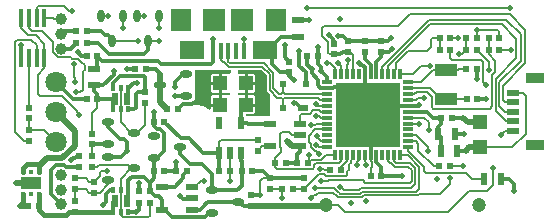
<source format=gbl>
G04 ================== begin FILE IDENTIFICATION RECORD ==================*
G04 Layout Name:  RC-TranponderV12.brd*
G04 Film Name:    4_BOTTOM*
G04 File Format:  Gerber RS274X*
G04 File Origin:  Cadence Allegro 17.2-S042*
G04 Origin Date:  Fri Apr 26 16:06:40 2019*
G04 *
G04 Layer:  VIA CLASS/BOTTOM*
G04 Layer:  PIN/BOTTOM*
G04 Layer:  ETCH/BOTTOM*
G04 *
G04 Offset:    (0.0000 0.0000)*
G04 Mirror:    No*
G04 Mode:      Positive*
G04 Rotation:  0*
G04 FullContactRelief:  No*
G04 UndefLineWidth:     0.1500*
G04 ================== end FILE IDENTIFICATION RECORD ====================*
%FSAX55Y55*MOMM*%
%IR0*IPPOS*OFA0.00000B0.00000*MIA0B0*SFA1.00000B1.00000*%
%ADD21O,.6X1.1*%
%ADD38R,1.X.5*%
%ADD19O,1.1X.6*%
%ADD20R,1.X.6*%
%ADD17R,.6X1.*%
%ADD35R,.6X1.*%
%ADD28R,.4X1.35*%
%ADD14R,.3X1.55*%
%ADD37R,1.6X.9*%
%ADD11C,.5*%
%ADD10R,.6X.6*%
%ADD22R,1.0922X.6096*%
%ADD26R,.6096X1.0922*%
%ADD23R,2.1X1.6*%
%ADD36R,1.9X1.1*%
%ADD12R,1.72X1.12*%
%ADD15C,1.*%
%ADD30C,1.2*%
%ADD29R,.5X.6*%
%ADD18R,.35X.5*%
%ADD13R,.4X.45*%
%ADD34R,5.4X5.4*%
%ADD24R,1.8X1.9*%
%ADD33R,.3X.85*%
%ADD32R,.9X.6*%
%ADD25R,1.9X1.9*%
%ADD31R,.85X.3*%
%ADD16C,1.8*%
%ADD27R,1.3X1.3*%
%ADD39C,.3*%
%ADD40C,.4*%
%ADD41C,.15*%
%ADD42C,.25*%
G75*
%LPD*%
G75*
G36*
G01X-0002770000Y0001255000D02*
X-0002465000Y0001255000D01*
X-0002465000Y0001227390D01*
G02X-0002479810Y0001218360I-0000010159J0000000001D01*
G03X-0002486680Y0001220020I-0000006864J-0000013361D01*
G01X-0002616680Y0001220020D01*
G03X-0002631700Y0001205000I0J-0000015020D01*
G01X-0002631700Y0001075000D01*
G03X-0002616680Y0001059980I0000015020J0D01*
G01X-0002486680Y0001059980D01*
G03X-0002479810Y0001061640I0000000006J0000015021D01*
G02X-0002465000Y0001052610I0000004651J-0000009031D01*
G01X-0002465000Y0001047390D01*
G02X-0002479810Y0001038360I-0000010159J0000000001D01*
G03X-0002486680Y0001040020I-0000006864J-0000013361D01*
G01X-0002616680Y0001040020D01*
G03X-0002631700Y0001025000I0J-0000015020D01*
G01X-0002631700Y0000924960D01*
G02X-0002649240Y0000917980I-0000010160J0000000002D01*
G03X-0002740000Y0000957020I-0000090760J-0000085979D01*
G03X-0002758350Y0000955670I-0000000027J-0000125022D01*
G02X-0002770000Y0000965720I-0000001492J0000010048D01*
G01X-0002770000Y0001028730D01*
G03X-0002769980Y0001030000I-0000044999J0000001344D01*
G03X-0002770000Y0001031270I-0000045019J-0000000074D01*
G01X-0002770000Y0001218730D01*
G03X-0002769980Y0001220000I-0000044999J0000001344D01*
G03X-0002770000Y0001221270I-0000045019J-0000000074D01*
G01X-0002770000Y0001255000D01*
G37*
G36*
G01X-0002400000Y0001250000D02*
X-0002199280Y0001250000D01*
X-0002157520Y0001208240D01*
X-0002157520Y0001077020D01*
X-0002130000Y0001049500D01*
X-0002130000Y0000865000D01*
X-0002330710Y0000865000D01*
X-0002332230Y0000867160D01*
G03X-0002335800Y0000870760I-0000012297J-0000008624D01*
G01X-0002337940Y0000872280D01*
X-0002337940Y0000879980D01*
X-0002273320Y0000879980D01*
G03X-0002258300Y0000895000I0J0000015020D01*
G01X-0002258300Y0001025000D01*
G03X-0002273320Y0001040020I-0000015020J0D01*
G01X-0002400000Y0001040020D01*
X-0002400000Y0001059980D01*
X-0002273320Y0001059980D01*
G03X-0002258300Y0001075000I0J0000015020D01*
G01X-0002258300Y0001205000D01*
G03X-0002273320Y0001220020I-0000015020J0D01*
G01X-0002400000Y0001220020D01*
X-0002400000Y0001250000D01*
G37*
G54D10*
X-0004180000Y0000105000D03*
X-0004090000Y0000105000D03*
X-0004175000Y0000845000D03*
X-0004175000Y0000655000D03*
X-0004175000Y0000745000D03*
X-0004175000Y0000935000D03*
X-0003780000Y0000145000D03*
X-0003780000Y0000055000D03*
X-0003745000Y0000525000D03*
X-0003745000Y0000435000D03*
X-0003780000Y0000335000D03*
X-0003780000Y0000245000D03*
X-0003685000Y0001010000D03*
X-0003685000Y0001375000D03*
X-0003770000Y0001480000D03*
X-0003770000Y0001585000D03*
X-0003635000Y0000435000D03*
X-0003635000Y0000525000D03*
X-0003625000Y0000305000D03*
X-0003625000Y0000215000D03*
X-0003635000Y0000625000D03*
X-0003635000Y0000715000D03*
X-0003595000Y0001010000D03*
X-0003595000Y0001375000D03*
X-0003680000Y0001480000D03*
X-0003680000Y0001585000D03*
X-0003150000Y0000125000D03*
X-0003240000Y0000125000D03*
X-0003240000Y0000230000D03*
X-0003150000Y0000230000D03*
X-0003115000Y0000395000D03*
X-0003025000Y0000395000D03*
X-0003025000Y0000815000D03*
X-0003115000Y0000815000D03*
X-0003000000Y0000920000D03*
X-0003190000Y0000975000D03*
X-0003190000Y0001065000D03*
X-0003275000Y0001260000D03*
X-0003185000Y0001260000D03*
X-0002925000Y0000395000D03*
X-0002835000Y0000395000D03*
X-0002910000Y0000920000D03*
X-0002370000Y0000400000D03*
X-0002470000Y0000400000D03*
X-0002560000Y0000400000D03*
X-0002295000Y0000195000D03*
X-0002295000Y0000105000D03*
X-0002280000Y0000400000D03*
X-0002030000Y0000250000D03*
X-0002135000Y0000250000D03*
X-0002135000Y0000340000D03*
X-0002000000Y0000470000D03*
X-0002090000Y0000470000D03*
X-0002235000Y0000570000D03*
X-0002235000Y0000660000D03*
X-0001840000Y0000340000D03*
X-0001840000Y0000250000D03*
X-0001940000Y0000250000D03*
X-0001900000Y0000470000D03*
X-0001810000Y0000470000D03*
X-0001970000Y0001325000D03*
X-0001970000Y0001235000D03*
X-0001815000Y0001375000D03*
X-0001725000Y0001375000D03*
X-0001620000Y0000405000D03*
X-0001530000Y0000405000D03*
X-0001590000Y0001385000D03*
X-0001590000Y0001475000D03*
X-0001470000Y0001500000D03*
X-0001470000Y0001410000D03*
X-0001330000Y0001500000D03*
X-0001330000Y0001410000D03*
X-0001280000Y0000360000D03*
X-0001190000Y0000360000D03*
X-0001190000Y0001500000D03*
X-0001190000Y0001410000D03*
X-0000610000Y0000440000D03*
X-0000700000Y0000440000D03*
X-0000680000Y0000850000D03*
X-0000605000Y0001425000D03*
X-0000695000Y0001425000D03*
X-0000695000Y0001525000D03*
X-0000605000Y0001525000D03*
X-0000590000Y0000850000D03*
X-0000465000Y0001005000D03*
X-0000375000Y0001005000D03*
X-0000470000Y0001260000D03*
X-0000380000Y0001260000D03*
X-0000380000Y0001425000D03*
X-0000470000Y0001425000D03*
X-0000470000Y0001525000D03*
X-0000380000Y0001525000D03*
X-0000280000Y0001425000D03*
X-0000280000Y0001525000D03*
X-0000190000Y0001425000D03*
X-0000190000Y0001525000D03*
G54D11*
G01X-0004280000Y0000295000D02*
X-0004155000Y0000295000D01*
G01X-0003946000Y0000900000D02*
X-0003786000Y0000740000D01*
X-0003786000Y0000614010D01*
X-0003890010Y0000510000D01*
X-0004020000Y0000510000D01*
X-0004090000Y0000440000D01*
G01X-0003060000Y0001125000D02*
X-0003060000Y0001220000D01*
G01X-0003000000Y0000920000D02*
X-0003060000Y0000980000D01*
X-0003060000Y0001125000D01*
G01X-0002295000Y0000105000D02*
X-0001660000Y0000105000D01*
X-0001655000Y0000110000D01*
G01X-0001990000Y0000654000D02*
X-0001943040Y0000607040D01*
X-0001880000Y0000607040D01*
G01X-0000350000Y0000811680D02*
X-0000456680Y0000811680D01*
X-0000495000Y0000850000D01*
G01X-0000350000Y0000598320D02*
X-0000446680Y0000598320D01*
X-0000475000Y0000570000D01*
X-0004250000Y0000105000D03*
X-0004280000Y0000295000D03*
X-0004237500Y0001462500D03*
X-0003814030Y0000494030D03*
X-0003745000Y0000875000D03*
X-0003770000Y0001065000D03*
X-0003780000Y0001155000D03*
X-0003760000Y0001405000D03*
X-0003787610Y0001302500D03*
X-0003805000Y0001755000D03*
X-0003545000Y0000110000D03*
X-0003510000Y0000400000D03*
X-0003453000Y0001248000D03*
X-0003500000Y0001715000D03*
X-0003375000Y0001610000D03*
X-0003265000Y0000055000D03*
X-0003240000Y0000295000D03*
X-0003340000Y0000570000D03*
X-0003260000Y0001145000D03*
X-0003115000Y0000895000D03*
X-0003340000Y0001260000D03*
X-0003060000Y0001220000D03*
X-0003075000Y0001495000D03*
X-0003250000Y0001495000D03*
X-0003200000Y0001715000D03*
X-0003070000Y0001605000D03*
X-0002925000Y0000475000D03*
X-0002890000Y0000187500D03*
X-0002690000Y0000315000D03*
X-0002695540Y0001190380D03*
X-0002695540Y0001090380D03*
X-0002695540Y0000990380D03*
X-0002935000Y0001030000D03*
X-0002935000Y0001110000D03*
X-0002470000Y0000315000D03*
X-0002355000Y0001515000D03*
X-0002615000Y0001520000D03*
X-0002030000Y0000170000D03*
X-0002220000Y0000195000D03*
X-0001990000Y0000654000D03*
X-0002205540Y0000955380D03*
X-0002205540Y0001055380D03*
X-0002205540Y0001155380D03*
X-0002005000Y0001468090D03*
X-0001785000Y0000170000D03*
X-0001750000Y0000255000D03*
X-0001698790Y0000317780D03*
X-0001711430Y0000416590D03*
X-0001733560Y0000698140D03*
X-0001715730Y0000541590D03*
X-0001738510Y0000618290D03*
X-0001783310Y0000789760D03*
X-0001745000Y0000860000D03*
X-0001805000Y0000535000D03*
X-0001740550Y0000962220D03*
X-0001929190Y0000972500D03*
X-0001930000Y0001165000D03*
X-0001780000Y0001265000D03*
X-0001699780Y0001242230D03*
X-0001725000Y0001445000D03*
X-0001885000Y0001413090D03*
X-0001652000Y0001309490D03*
X-0001800000Y0001675000D03*
X-0001815000Y0001775000D03*
X-0001319000Y0000145000D03*
X-0001450000Y0000130000D03*
X-0001535660Y0000265860D03*
X-0001314990Y0000452500D03*
X-0001394990Y0000452500D03*
X-0001545000Y0000635000D03*
X-0001540000Y0001110000D03*
X-0001375770Y0001309490D03*
X-0001555000Y0001545000D03*
X-0001634610Y0001552970D03*
X-0001472500Y0001340000D03*
X-0001557030Y0001314210D03*
X-0001535000Y0001685000D03*
X-0001015000Y0000360000D03*
X-0001075000Y0000645000D03*
X-0001075000Y0001105000D03*
X-0001105000Y0001525000D03*
X-0001100000Y0001435000D03*
X-0000714000Y0000330000D03*
X-0000795000Y0000570000D03*
X-0000786470Y0000747640D03*
X-0000873590Y0000798590D03*
X-0000873270Y0000955000D03*
X-0000826470Y0001019890D03*
X-0000781150Y0001290780D03*
X-0000495000Y0000440000D03*
X-0000610000Y0000335000D03*
X-0000495000Y0000850000D03*
X-0000490000Y0000710000D03*
X-0000475000Y0000570000D03*
X-0000305000Y0001005000D03*
X-0000380000Y0001175000D03*
X-0000300000Y0001130000D03*
X-0000540000Y0001525000D03*
X-0000277500Y0001250000D03*
X-0000534650Y0001390000D03*
X-0000380000Y0001590000D03*
X-0000065000Y0000230000D03*
X-0000242990Y0000427500D03*
X-0000180000Y0000705000D03*
X-0000095000Y0001425000D03*
X-0000100000Y0001775000D03*
G54D20*
X-0003620000Y0001125000D03*
X-0003620000Y0001265000D03*
X-0001895000Y0001535000D03*
X-0001895000Y0001675000D03*
G54D30*
X-0001655000Y0000110000D03*
X-0000365000Y0000110000D03*
G54D12*
X-0004155000Y0000295000D03*
G54D21*
X-0003470000Y0001495000D03*
X-0003565000Y0001715000D03*
X-0003375000Y0001715000D03*
X-0003165000Y0001495000D03*
X-0003260000Y0001715000D03*
X-0003070000Y0001715000D03*
G54D40*
G01X-0004180000Y0000105000D02*
X-0004250000Y0000105000D01*
G01X-0004220000Y0000202500D02*
X-0004220000Y0000135000D01*
X-0004250000Y0000105000D01*
G01X-0004090000Y0000105000D02*
X-0004090000Y0000070000D01*
X-0004045000Y0000025000D01*
X-0003860000Y0000025000D01*
X-0003830000Y0000055000D01*
X-0003780000Y0000055000D01*
G01X-0004090000Y0000202500D02*
X-0004090000Y0000105000D01*
G01X-0004090000Y0000440000D02*
X-0004090000Y0000387500D01*
G01X-0004220000Y0000387500D02*
X-0004220000Y0000420000D01*
X-0004185000Y0000455000D01*
X-0004105000Y0000455000D01*
X-0004090000Y0000440000D01*
G01X-0003497500Y0000050000D02*
X-0003725000Y0000050000D01*
X-0003730000Y0000055000D01*
X-0003780000Y0000055000D01*
G54D31*
X-0001650000Y0000850000D03*
X-0001650000Y0000800000D03*
X-0001650000Y0000750000D03*
X-0001650000Y0000700000D03*
X-0001650000Y0000650000D03*
X-0001650000Y0000600000D03*
X-0001650000Y0001150000D03*
X-0001650000Y0001100000D03*
X-0001650000Y0001050000D03*
X-0001650000Y0001000000D03*
X-0001650000Y0000950000D03*
X-0001650000Y0000900000D03*
X-0000960000Y0000600000D03*
X-0000960000Y0000650000D03*
X-0000960000Y0000700000D03*
X-0000960000Y0000750000D03*
X-0000960000Y0000800000D03*
X-0000960000Y0000850000D03*
X-0000960000Y0000900000D03*
X-0000960000Y0000950000D03*
X-0000960000Y0001000000D03*
X-0000960000Y0001050000D03*
X-0000960000Y0001100000D03*
X-0000960000Y0001150000D03*
G54D13*
X-0004090000Y0000387500D03*
X-0004155000Y0000387500D03*
X-0004220000Y0000387500D03*
X-0004220000Y0000202500D03*
X-0004155000Y0000202500D03*
X-0004090000Y0000202500D03*
G54D22*
X-0003043920Y0000072040D03*
X-0003043920Y0000260000D03*
X-0002795000Y0000166020D03*
X-0002795000Y0000072040D03*
X-0002795000Y0000260000D03*
X-0002128920Y0000607040D03*
X-0002128920Y0000795000D03*
X-0001880000Y0000795000D03*
X-0001880000Y0000701020D03*
X-0001880000Y0000607040D03*
G54D41*
G01X-0004175000Y0000745000D02*
X-0004045000Y0000745000D01*
X-0003946000Y0000646000D01*
G01X-0004175000Y0000845000D02*
X-0004175000Y0000745000D01*
G01X-0004107500Y0001355000D02*
X-0004107500Y0001462500D01*
X-0004155000Y0001510000D01*
X-0004270000Y0001510000D01*
X-0004290000Y0001490000D01*
X-0004290000Y0000732500D01*
X-0004212500Y0000655000D01*
X-0004175000Y0000655000D01*
G01X-0004042500Y0001355000D02*
X-0004042500Y0001267500D01*
X-0004097500Y0001212500D01*
X-0004097500Y0001052500D01*
X-0004075000Y0001030000D01*
X-0003890000Y0001030000D01*
X-0003767990Y0000907990D01*
X-0003767990Y0000897990D01*
X-0003745000Y0000875000D01*
G01X-0004175000Y0000935000D02*
X-0004175000Y0001267500D01*
X-0004172500Y0001270000D01*
X-0004172500Y0001355000D01*
G01X-0004237500Y0001695000D02*
X-0004237500Y0001610000D01*
X-0004177500Y0001550000D01*
X-0004115000Y0001550000D01*
X-0004042500Y0001477500D01*
X-0004042500Y0001355000D01*
G01X-0003770000Y0001065000D02*
X-0003737500Y0001065000D01*
X-0003715300Y0001087200D01*
X-0003715300Y0001242520D01*
X-0003701100Y0001256720D01*
X-0003701100Y0001296080D01*
X-0003728920Y0001323900D01*
X-0003731940Y0001323900D01*
X-0003758040Y0001350000D01*
X-0003807180Y0001350000D01*
X-0003819680Y0001362500D01*
X-0003930040Y0001362500D01*
X-0003972500Y0001404960D01*
X-0003972500Y0001487490D01*
X-0004065010Y0001580000D01*
X-0004145000Y0001580000D01*
X-0004172500Y0001607500D01*
X-0004172500Y0001695000D01*
G01X-0004107500Y0001695000D02*
X-0004107500Y0001780000D01*
X-0004092500Y0001795000D01*
X-0003877500Y0001795000D01*
X-0003837500Y0001755000D01*
X-0003805000Y0001755000D01*
G01X-0003780000Y0000245000D02*
X-0003780000Y0000145000D01*
G01X-0003780000Y0000335000D02*
X-0003692500Y0000335000D01*
X-0003662500Y0000305000D01*
X-0003625000Y0000305000D01*
G01X-0003780000Y0000245000D02*
X-0003692500Y0000245000D01*
X-0003662500Y0000215000D01*
X-0003625000Y0000215000D01*
G01X-0003780000Y0001155000D02*
X-0003780000Y0001187500D01*
X-0003787610Y0001195110D01*
X-0003787610Y0001302500D01*
G01X-0004042500Y0001695000D02*
X-0003967500Y0001695000D01*
X-0003957500Y0001685000D01*
X-0003900000Y0001685000D01*
G01X-0003395000Y0000055000D02*
X-0003395000Y0000235000D01*
G01X-0003150000Y0000125000D02*
X-0003150000Y0000020000D01*
X-0003165000Y0000005000D01*
X-0003377500Y0000005000D01*
X-0003395000Y0000022500D01*
X-0003395000Y0000055000D01*
G01X-0003510000Y0000400000D02*
X-0003560000Y0000400000D01*
X-0003575000Y0000385000D01*
X-0003575000Y0000355000D01*
X-0003625000Y0000305000D01*
G01X-0003395000Y0000235000D02*
X-0003395000Y0000330000D01*
X-0003305000Y0000420000D01*
G01X-0003305000Y0000420000D02*
X-0003335000Y0000450000D01*
X-0003582500Y0000450000D01*
X-0003597500Y0000435000D01*
X-0003635000Y0000435000D01*
G01X-0003625000Y0000215000D02*
X-0003572500Y0000215000D01*
X-0003500000Y0000287500D01*
X-0003500000Y0000325000D01*
G01X-0003595000Y0001010000D02*
X-0003595000Y0000930000D01*
X-0003635000Y0000890000D01*
X-0003635000Y0000715000D01*
G01X-0003395000Y0000920000D02*
X-0003395000Y0000810000D01*
X-0003305000Y0000720000D01*
X-0003280000Y0000720000D01*
G01X-0003635000Y0000525000D02*
X-0003635000Y0000625000D01*
G01X-0003395000Y0000920000D02*
X-0003395000Y0001100000D01*
G01X-0003470000Y0001495000D02*
X-0003250000Y0001495000D01*
G01X-0003565000Y0001715000D02*
X-0003500000Y0001715000D01*
G01X-0003375000Y0001715000D02*
X-0003375000Y0001610000D01*
G01X-0003240000Y0000130000D02*
X-0003240000Y0000125000D01*
G01X-0003150000Y0000130000D02*
X-0003150000Y0000125000D01*
G01X-0003190000Y0000975000D02*
X-0003190000Y0000785000D01*
X-0003255000Y0000720000D01*
X-0003280000Y0000720000D01*
G01X-0003075000Y0001495000D02*
X-0003165000Y0001495000D01*
G01X-0003260000Y0001715000D02*
X-0003200000Y0001715000D01*
G01X-0003070000Y0001715000D02*
X-0003070000Y0001605000D01*
G01X-0002690000Y0000315000D02*
X-0002715870Y0000315000D01*
X-0002770870Y0000260000D01*
X-0002795000Y0000260000D01*
G01X-0002470000Y0000400000D02*
X-0002470000Y0000491870D01*
X-0002468980Y0000492890D01*
X-0002468980Y0000555000D01*
G01X-0002470000Y0000400000D02*
X-0002470000Y0000315000D01*
G01X-0002562960Y0000555000D02*
X-0002562960Y0000642040D01*
X-0002545000Y0000660000D01*
X-0002235000Y0000660000D01*
G01X-0002355000Y0001412500D02*
X-0002355000Y0001515000D01*
G01X-0002550000Y0001412500D02*
X-0002550000Y0001337500D01*
X-0002532500Y0001320000D01*
X-0002522430Y0001320000D01*
X-0002482430Y0001280000D01*
X-0002197430Y0001280000D01*
X-0002135000Y0001217570D01*
X-0002135000Y0001086350D01*
X-0002068650Y0001020000D01*
X-0002035000Y0001020000D01*
X-0002020000Y0001005000D01*
G01X-0002485000Y0001412500D02*
X-0002485000Y0001325000D01*
X-0002470000Y0001310000D01*
X-0002185000Y0001310000D01*
X-0002105000Y0001230000D01*
X-0002105000Y0001098780D01*
X-0002056220Y0001050000D01*
X-0002035000Y0001050000D01*
X-0002020000Y0001065000D01*
G01X-0002220000Y0000195000D02*
X-0002220000Y0000315000D01*
X-0002195000Y0000340000D01*
X-0002135000Y0000340000D01*
G01X-0002135000Y0000250000D02*
X-0002030000Y0000250000D01*
G01X-0002030000Y0000170000D02*
X-0002030000Y0000250000D01*
G01X-0002090000Y0000470000D02*
X-0002090000Y0000510000D01*
X-0002040000Y0000560000D01*
X-0002040000Y0000595000D01*
X-0002050000Y0000605000D01*
X-0002050000Y0000710000D01*
X-0002030000Y0000730000D01*
X-0001971090Y0000730000D01*
X-0001942110Y0000701020D01*
X-0001880000Y0000701020D01*
G01X-0002090000Y0000470000D02*
X-0002090000Y0000432500D01*
X-0002075000Y0000417500D01*
X-0001770680Y0000417500D01*
X-0001757500Y0000430680D01*
X-0001757500Y0000449090D01*
X-0001742500Y0000464090D01*
X-0001683620Y0000464090D01*
X-0001682710Y0000465000D01*
X-0001545000Y0000465000D01*
X-0001530000Y0000480000D01*
X-0001530000Y0000530000D01*
G01X-0002128920Y0000607040D02*
X-0002197960Y0000607040D01*
X-0002235000Y0000570000D01*
G01X-0002020000Y0001005000D02*
X-0002005000Y0001020000D01*
X-0001725000Y0001020000D01*
X-0001705000Y0001000000D01*
X-0001650000Y0001000000D01*
G01X-0002020000Y0001005000D02*
X-0002020000Y0000935000D01*
G01X-0002020000Y0001135000D02*
X-0002020000Y0001065000D01*
G01X-0001650000Y0001050000D02*
X-0002005000Y0001050000D01*
X-0002020000Y0001065000D01*
G01X-0001785000Y0000170000D02*
X-0001762010Y0000192990D01*
X-0001744830Y0000192990D01*
X-0001722820Y0000215000D01*
X-0001594410Y0000215000D01*
X-0001567770Y0000188360D01*
X-0001563360Y0000188360D01*
X-0001552500Y0000177500D01*
X-0001353680Y0000177500D01*
X-0001338680Y0000192500D01*
X-0000881450Y0000192500D01*
X-0000868950Y0000205000D01*
X-0000695000Y0000205000D01*
X-0000610000Y0000290000D01*
X-0000610000Y0000335000D01*
G01X-0001750000Y0000255000D02*
X-0001591980Y0000255000D01*
X-0001555340Y0000218360D01*
X-0001550930Y0000218360D01*
X-0001540070Y0000207500D01*
X-0001366110Y0000207500D01*
X-0001351110Y0000222500D01*
X-0000893880Y0000222500D01*
X-0000869360Y0000247020D01*
X-0000869360Y0000434360D01*
X-0000965000Y0000530000D01*
X-0001030000Y0000530000D01*
G01X-0001698790Y0000317780D02*
X-0001644720Y0000317780D01*
X-0001640000Y0000322500D01*
X-0001347500Y0000322500D01*
X-0001325000Y0000300000D01*
X-0000948110Y0000300000D01*
X-0000933110Y0000315000D01*
X-0000933110Y0000403110D01*
X-0000965000Y0000435000D01*
X-0001077430Y0000435000D01*
X-0001110000Y0000467570D01*
X-0001117570Y0000467570D01*
X-0001130000Y0000480000D01*
X-0001130000Y0000530000D01*
G01X-0001810000Y0000470000D02*
X-0001805000Y0000475000D01*
G01X-0001805000Y0000475000D02*
X-0001785910Y0000494090D01*
X-0001696050Y0000494090D01*
X-0001660140Y0000530000D01*
X-0001580000Y0000530000D01*
G01X-0001805000Y0000475000D02*
X-0001805000Y0000535000D01*
G01X-0001940000Y0000250000D02*
X-0001840000Y0000250000D01*
G01X-0001840000Y0000250000D02*
X-0001802500Y0000287500D01*
X-0001800680Y0000287500D01*
X-0001719090Y0000369090D01*
X-0001675910Y0000369090D01*
X-0001659320Y0000352500D01*
X-0001490680Y0000352500D01*
X-0001477500Y0000365680D01*
X-0001477500Y0000395000D01*
X-0001462100Y0000410400D01*
X-0001462100Y0000455470D01*
X-0001450000Y0000467570D01*
X-0001450000Y0000470680D01*
X-0001442500Y0000478180D01*
X-0001442500Y0000487500D01*
X-0001430000Y0000500000D01*
X-0001430000Y0000530000D01*
G01X-0001620000Y0000405000D02*
X-0001667340Y0000405000D01*
X-0001678930Y0000416590D01*
X-0001711430Y0000416590D01*
G01X-0001733560Y0000698140D02*
X-0001733560Y0000683560D01*
X-0001700000Y0000650000D01*
X-0001650000Y0000650000D01*
G01X-0001715730Y0000541590D02*
X-0001738720Y0000564580D01*
X-0001751980Y0000564580D01*
X-0001786010Y0000598610D01*
X-0001786010Y0000631010D01*
X-0001802890Y0000647890D01*
X-0001802890Y0000697110D01*
X-0001750000Y0000750000D01*
X-0001650000Y0000750000D01*
G01X-0001738510Y0000618290D02*
X-0001720220Y0000600000D01*
X-0001650000Y0000600000D01*
G01X-0001650000Y0000800000D02*
X-0001740570Y0000800000D01*
X-0001750810Y0000789760D01*
X-0001783310Y0000789760D01*
G01X-0001650000Y0000850000D02*
X-0001702500Y0000850000D01*
X-0001712500Y0000860000D01*
X-0001745000Y0000860000D01*
G01X-0001650000Y0000900000D02*
X-0001700000Y0000900000D01*
X-0001712500Y0000912500D01*
X-0001765680Y0000912500D01*
X-0001795680Y0000882500D01*
X-0001865000Y0000882500D01*
X-0001880000Y0000867500D01*
X-0001880000Y0000795000D01*
G01X-0001740550Y0000962220D02*
X-0001728330Y0000950000D01*
X-0001650000Y0000950000D01*
G01X-0001850000Y0000935000D02*
X-0001872500Y0000935000D01*
G01X-0000076000Y0000980000D02*
X-0000140000Y0000980000D01*
X-0000160000Y0001000000D01*
X-0000160000Y0001120000D01*
X0000030000Y0001310000D01*
X0000030000Y0001595000D01*
X-0000102500Y0001727500D01*
X-0000942500Y0001727500D01*
X-0001044330Y0001625670D01*
X-0001674340Y0001625670D01*
X-0001689340Y0001610670D01*
X-0001689340Y0001540520D01*
X-0001642500Y0001493680D01*
X-0001642500Y0001400000D01*
X-0001627500Y0001385000D01*
X-0001590000Y0001385000D01*
G01X-0000100000Y0001775000D02*
X-0001815000Y0001775000D01*
G01X-0000242990Y0000427500D02*
X-0000242990Y0000277010D01*
X-0000295000Y0000225000D01*
X-0000450010Y0000225000D01*
X-0000625010Y0000050000D01*
X-0001494820Y0000050000D01*
X-0001554820Y0000110000D01*
X-0001655000Y0000110000D01*
G01X-0001535660Y0000265860D02*
X-0001507300Y0000237500D01*
X-0001378540Y0000237500D01*
X-0001363540Y0000252500D01*
X-0000935610Y0000252500D01*
X-0000903110Y0000285000D01*
X-0000903110Y0000425680D01*
X-0000942430Y0000465000D01*
X-0001065000Y0000465000D01*
X-0001080000Y0000480000D01*
X-0001080000Y0000530000D01*
G01X-0001330000Y0000530000D02*
X-0001330000Y0000485000D01*
X-0001314990Y0000469990D01*
X-0001314990Y0000452500D01*
G01X-0001380000Y0000530000D02*
X-0001380000Y0000490000D01*
X-0001394990Y0000475010D01*
X-0001394990Y0000452500D01*
G01X-0001530000Y0000405000D02*
X-0001530000Y0000430000D01*
X-0001480000Y0000480000D01*
X-0001480000Y0000530000D01*
G01X-0001430000Y0001220000D02*
X-0001430000Y0001270000D01*
X-0001425000Y0001275000D01*
X-0001425000Y0001380000D01*
X-0001455000Y0001410000D01*
X-0001470000Y0001410000D01*
G01X-0001472500Y0001340000D02*
X-0001472500Y0001307500D01*
X-0001480000Y0001300000D01*
X-0001480000Y0001220000D01*
G01X-0001580000Y0001220000D02*
X-0001580000Y0001269990D01*
X-0001619500Y0001309490D01*
X-0001652000Y0001309490D01*
G01X-0001557030Y0001314210D02*
X-0001530000Y0001287180D01*
X-0001530000Y0001220000D01*
G01X-0001280000Y0000360000D02*
X-0001280000Y0000420310D01*
X-0001267490Y0000432820D01*
X-0001267490Y0000456950D01*
X-0001267500Y0000456960D01*
X-0001267500Y0000472190D01*
X-0001280000Y0000484690D01*
X-0001280000Y0000530000D01*
G01X-0001080000Y0001220000D02*
X-0001080000Y0001250000D01*
X-0001067500Y0001262500D01*
X-0001067500Y0001310820D01*
X-0000965820Y0001412500D01*
X-0000824960Y0001412500D01*
X-0000822460Y0001415000D01*
X-0000800000Y0001415000D01*
X-0000765000Y0001450000D01*
X-0000765000Y0001515000D01*
X-0000755000Y0001525000D01*
X-0000695000Y0001525000D01*
G01X-0000076000Y0000820000D02*
X-0000133500Y0000820000D01*
X-0000220000Y0000906500D01*
X-0000220000Y0001180010D01*
X-0000045000Y0001355010D01*
X-0000045000Y0001515000D01*
X-0000170000Y0001640000D01*
X-0000780750Y0001640000D01*
X-0001130000Y0001290750D01*
X-0001130000Y0001220000D01*
G01X-0000076000Y0000900000D02*
X-0000140000Y0000900000D01*
X-0000190000Y0000950000D01*
X-0000190000Y0001150000D01*
X-0000010000Y0001330000D01*
X-0000010000Y0001560000D01*
X-0000130000Y0001680000D01*
X-0000783180Y0001680000D01*
X-0001180000Y0001283180D01*
X-0001180000Y0001220000D01*
G01X-0000781150Y0001290780D02*
X-0000813650Y0001290780D01*
X-0000814120Y0001290310D01*
X-0000834290Y0001290310D01*
X-0000839600Y0001285000D01*
X-0000855000Y0001285000D01*
X-0000920000Y0001220000D01*
X-0001030000Y0001220000D01*
G01X-0000960000Y0000650000D02*
X-0000895000Y0000650000D01*
X-0000875000Y0000630000D01*
X-0000875000Y0000570000D01*
X-0000745000Y0000440000D01*
X-0000700000Y0000440000D01*
G01X-0000320000Y0000330000D02*
X-0000420000Y0000330000D01*
X-0000475000Y0000385000D01*
X-0000810000Y0000385000D01*
X-0000825000Y0000400000D01*
X-0000825000Y0000435000D01*
X-0000960000Y0000570000D01*
X-0000960000Y0000600000D01*
G01X-0000795000Y0000570000D02*
X-0000795000Y0000602500D01*
X-0000892500Y0000700000D01*
X-0000960000Y0000700000D01*
G01X-0000786470Y0000747640D02*
X-0000786470Y0000810000D01*
X-0000826470Y0000850000D01*
X-0000960000Y0000850000D01*
G01X-0000960000Y0000800000D02*
X-0000907500Y0000800000D01*
X-0000906090Y0000798590D01*
X-0000873590Y0000798590D01*
G01X-0000960000Y0001100000D02*
X-0000780000Y0001100000D01*
X-0000685000Y0001005000D01*
X-0000645000Y0001005000D01*
G01X-0000645000Y0001005000D02*
X-0000465000Y0001005000D01*
G01X-0000960000Y0001150000D02*
X-0000852500Y0001150000D01*
X-0000747500Y0001255000D01*
X-0000645000Y0001255000D01*
G01X-0000826470Y0001019890D02*
X-0000875560Y0001019890D01*
X-0000895450Y0001000000D01*
X-0000960000Y0001000000D01*
G01X-0000960000Y0001050000D02*
X-0000910000Y0001050000D01*
X-0000890000Y0001070000D01*
X-0000805000Y0001070000D01*
X-0000762500Y0001027500D01*
X-0000762500Y0000940680D01*
X-0000749320Y0000927500D01*
X-0000272500Y0000927500D01*
X-0000250000Y0000950000D01*
X-0000250000Y0001210320D01*
X-0000225000Y0001235320D01*
X-0000225000Y0001332500D01*
X-0000280000Y0001387500D01*
X-0000280000Y0001425000D01*
G01X-0000695000Y0001425000D02*
X-0000695000Y0001525000D01*
G01X-0000470000Y0001260000D02*
X-0000537500Y0001260000D01*
X-0000542500Y0001255000D01*
X-0000645000Y0001255000D01*
G01X-0000495000Y0000440000D02*
X-0000610000Y0000440000D01*
G01X-0000076000Y0001060000D02*
X0000010000Y0001060000D01*
X0000035000Y0001035000D01*
X0000035000Y0000715000D01*
X-0000081680Y0000598320D01*
X-0000350000Y0000598320D01*
G01X-0000300000Y0001130000D02*
X-0000325000Y0001155000D01*
X-0000325000Y0001320000D01*
X-0000345000Y0001340000D01*
X-0000590000Y0001340000D01*
X-0000605000Y0001355000D01*
X-0000605000Y0001425000D01*
G01X-0000540000Y0001525000D02*
X-0000605000Y0001525000D01*
G01X-0000380000Y0001525000D02*
X-0000380000Y0001590000D01*
G01X-0000277500Y0001250000D02*
X-0000277500Y0001322500D01*
X-0000380000Y0001425000D01*
G01X-0000470000Y0001425000D02*
X-0000470000Y0001525000D01*
G01X-0000470000Y0001425000D02*
X-0000505000Y0001390000D01*
X-0000534650Y0001390000D01*
G01X-0000380000Y0001590000D02*
X-0000205000Y0001590000D01*
X-0000190000Y0001575000D01*
X-0000190000Y0001525000D01*
G01X-0000076000Y0000740000D02*
X-0000145000Y0000740000D01*
X-0000180000Y0000705000D01*
G01X-0000190000Y0001425000D02*
X-0000095000Y0001425000D01*
G01X-0000280000Y0001525000D02*
X-0000280000Y0001425000D01*
G54D32*
X-0001850000Y0000935000D03*
G54D23*
X-0002795000Y0001425000D03*
X-0002175000Y0001425000D03*
G54D14*
X-0004237500Y0001355000D03*
X-0004172500Y0001355000D03*
X-0004107500Y0001355000D03*
X-0004042500Y0001355000D03*
X-0004042500Y0001695000D03*
X-0004107500Y0001695000D03*
X-0004172500Y0001695000D03*
X-0004237500Y0001695000D03*
G54D42*
G01X-0002551680Y0000960000D02*
X-0002551680Y0001045100D01*
G01X-0002636780Y0000960000D02*
X-0002551680Y0000960000D01*
G01X-0002551680Y0001054900D02*
X-0002551680Y0001140000D01*
G01X-0002551680Y0001140000D02*
X-0002551680Y0001225100D01*
G01X-0002636780Y0001140000D02*
X-0002551680Y0001140000D01*
G01X-0002338320Y0000960000D02*
X-0002338320Y0001045100D01*
G01X-0002338320Y0000960000D02*
X-0002253220Y0000960000D01*
G01X-0002338320Y0001054900D02*
X-0002338320Y0001140000D01*
G01X-0002338320Y0001140000D02*
X-0002338320Y0001225100D01*
G01X-0002338320Y0001140000D02*
X-0002253220Y0001140000D01*
G54D33*
X-0001580000Y0000530000D03*
X-0001530000Y0000530000D03*
X-0001480000Y0000530000D03*
X-0001430000Y0000530000D03*
X-0001380000Y0000530000D03*
X-0001330000Y0000530000D03*
X-0001330000Y0001220000D03*
X-0001380000Y0001220000D03*
X-0001430000Y0001220000D03*
X-0001480000Y0001220000D03*
X-0001530000Y0001220000D03*
X-0001580000Y0001220000D03*
X-0001280000Y0000530000D03*
X-0001230000Y0000530000D03*
X-0001180000Y0000530000D03*
X-0001130000Y0000530000D03*
X-0001080000Y0000530000D03*
X-0001030000Y0000530000D03*
X-0001030000Y0001220000D03*
X-0001080000Y0001220000D03*
X-0001130000Y0001220000D03*
X-0001180000Y0001220000D03*
X-0001230000Y0001220000D03*
X-0001280000Y0001220000D03*
G54D24*
X-0002885000Y0001680000D03*
X-0002085000Y0001680000D03*
G54D15*
X-0003900000Y0000115000D03*
X-0003900000Y0000365000D03*
X-0003900000Y0000240000D03*
X-0003900000Y0001560000D03*
X-0003900000Y0001435000D03*
X-0003900000Y0001685000D03*
G54D16*
X-0003946000Y0000900000D03*
X-0003946000Y0000646000D03*
X-0003946000Y0001154000D03*
G54D25*
X-0002605000Y0001680000D03*
X-0002365000Y0001680000D03*
G54D34*
X-0001305000Y0000875000D03*
G54D26*
X-0002375000Y0000555000D03*
X-0002468980Y0000555000D03*
X-0002562960Y0000555000D03*
X-0002562960Y0000803920D03*
X-0002375000Y0000803920D03*
G54D35*
X-0000705000Y0000710000D03*
X-0000685000Y0000570000D03*
X-0000320000Y0000330000D03*
X-0000565000Y0000710000D03*
X-0000545000Y0000570000D03*
X-0000180000Y0000330000D03*
G54D17*
X-0003447500Y0000145000D03*
X-0003447500Y0001010000D03*
X-0003342500Y0000145000D03*
X-0003342500Y0001010000D03*
G54D27*
X-0002551680Y0001140000D03*
X-0002338320Y0001140000D03*
X-0002551680Y0000960000D03*
X-0002338320Y0000960000D03*
X-0000350000Y0000811680D03*
X-0000350000Y0000598320D03*
G54D18*
X-0003460000Y0000055000D03*
X-0003395000Y0000055000D03*
X-0003395000Y0000235000D03*
X-0003460000Y0000235000D03*
X-0003460000Y0000920000D03*
X-0003395000Y0000920000D03*
X-0003395000Y0001100000D03*
X-0003460000Y0001100000D03*
X-0003330000Y0000055000D03*
X-0003330000Y0000235000D03*
X-0003330000Y0000920000D03*
X-0003330000Y0001100000D03*
G54D36*
X-0000645000Y0001005000D03*
X-0000645000Y0001255000D03*
G54D37*
X0000116000Y0000615000D03*
X0000116000Y0001185000D03*
G54D28*
X-0002615000Y0001412500D03*
X-0002355000Y0001412500D03*
X-0002550000Y0001412500D03*
X-0002420000Y0001412500D03*
X-0002485000Y0001412500D03*
G54D19*
X-0003500000Y0000325000D03*
X-0003500000Y0000515000D03*
X-0003500000Y0000625000D03*
X-0003500000Y0000815000D03*
X-0003280000Y0000420000D03*
X-0003115000Y0000505000D03*
X-0003280000Y0000720000D03*
X-0003115000Y0000695000D03*
X-0003060000Y0001125000D03*
X-0002895000Y0000600000D03*
X-0002840000Y0001220000D03*
X-0002840000Y0001030000D03*
X-0002625000Y0000045000D03*
X-0002405000Y0000140000D03*
X-0002625000Y0000235000D03*
G54D29*
X-0002020000Y0000935000D03*
X-0002020000Y0001135000D03*
X-0001830000Y0001135000D03*
G54D38*
X-0000076000Y0000740000D03*
X-0000076000Y0000820000D03*
X-0000076000Y0000900000D03*
X-0000076000Y0000980000D03*
X-0000076000Y0001060000D03*
G54D39*
G01X-0004237500Y0001355000D02*
X-0004237500Y0001462500D01*
G01X-0003900000Y0000115000D02*
X-0003985000Y0000200000D01*
X-0003985000Y0000405000D01*
X-0003940000Y0000450000D01*
X-0003871850Y0000450000D01*
X-0003856850Y0000435000D01*
X-0003745000Y0000435000D01*
G01X-0003460000Y0000055000D02*
X-0003492500Y0000055000D01*
X-0003497500Y0000050000D01*
G01X-0003814030Y0000494030D02*
X-0003798060Y0000510000D01*
X-0003780000Y0000510000D01*
X-0003765000Y0000525000D01*
X-0003745000Y0000525000D01*
G01X-0003685000Y0001010000D02*
X-0003802000Y0001010000D01*
X-0003946000Y0001154000D01*
G01X-0003685000Y0001375000D02*
X-0003730000Y0001375000D01*
X-0003760000Y0001405000D01*
G01X-0003770000Y0001480000D02*
X-0003815000Y0001435000D01*
X-0003900000Y0001435000D01*
G01X-0003770000Y0001585000D02*
X-0003875000Y0001585000D01*
X-0003900000Y0001560000D01*
G01X-0003545000Y0000110000D02*
X-0003516710Y0000138290D01*
X-0003516710Y0000205790D01*
X-0003487500Y0000235000D01*
X-0003460000Y0000235000D01*
G01X-0003460000Y0000055000D02*
X-0003460000Y0000132500D01*
X-0003447500Y0000145000D01*
G01X-0003500000Y0000515000D02*
X-0003395000Y0000515000D01*
X-0003340000Y0000570000D01*
G01X-0003340000Y0000570000D02*
X-0003340000Y0000640000D01*
X-0003370000Y0000670000D01*
X-0003400000Y0000670000D01*
X-0003500000Y0000770000D01*
X-0003500000Y0000815000D01*
G01X-0003500000Y0000625000D02*
X-0003635000Y0000625000D01*
G01X-0003620000Y0001125000D02*
X-0003620000Y0001072500D01*
X-0003595000Y0001047500D01*
X-0003595000Y0001010000D01*
G01X-0003595000Y0001010000D02*
X-0003447500Y0001010000D01*
G01X-0003453000Y0001248000D02*
X-0003453000Y0001215500D01*
X-0003543500Y0001125000D01*
X-0003620000Y0001125000D01*
G01X-0003460000Y0000920000D02*
X-0003460000Y0000997500D01*
X-0003447500Y0001010000D01*
G01X-0003460000Y0001100000D02*
X-0003460000Y0001140000D01*
X-0003400000Y0001200000D01*
X-0003199640Y0001200000D01*
X-0003190000Y0001190360D01*
X-0003190000Y0001065000D01*
G01X-0002615000Y0001412500D02*
X-0002615000Y0001325000D01*
X-0002635000Y0001305000D01*
X-0003055000Y0001305000D01*
X-0003080000Y0001330000D01*
X-0003550000Y0001330000D01*
X-0003595000Y0001375000D01*
G01X-0003620000Y0001265000D02*
X-0003595000Y0001290000D01*
X-0003595000Y0001375000D01*
G01X-0003165000Y0001495000D02*
X-0003165000Y0001420000D01*
X-0003195000Y0001390000D01*
X-0003495000Y0001390000D01*
X-0003585000Y0001480000D01*
X-0003680000Y0001480000D01*
G01X-0003680000Y0001585000D02*
X-0003560000Y0001585000D01*
X-0003526820Y0001551820D01*
X-0003501820Y0001551820D01*
X-0003470000Y0001520000D01*
X-0003470000Y0001495000D01*
G01X-0003330000Y0000235000D02*
X-0003330000Y0000157500D01*
X-0003342500Y0000145000D01*
G01X-0003150000Y0000230000D02*
X-0003105000Y0000185000D01*
X-0003075000Y0000185000D01*
X-0003043920Y0000153920D01*
X-0003043920Y0000072040D01*
G01X-0002625000Y0000045000D02*
X-0002650000Y0000045000D01*
X-0002685000Y0000010000D01*
X-0002957750Y0000010000D01*
X-0003019790Y0000072040D01*
X-0003043920Y0000072040D01*
G01X-0003330000Y0000055000D02*
X-0003265000Y0000055000D01*
G01X-0003240000Y0000125000D02*
X-0003240000Y0000070000D01*
X-0003255000Y0000055000D01*
X-0003265000Y0000055000D01*
G01X-0003240000Y0000230000D02*
X-0003240000Y0000295000D01*
G01X-0003025000Y0000395000D02*
X-0002925000Y0000395000D01*
G01X-0002835000Y0000395000D02*
X-0002865000Y0000365000D01*
X-0002865000Y0000335000D01*
X-0002940000Y0000260000D01*
X-0003043920Y0000260000D01*
G01X-0003115000Y0000395000D02*
X-0003115000Y0000505000D01*
G01X-0003150000Y0000230000D02*
X-0003150000Y0000300000D01*
G01X-0003150000Y0000300000D02*
X-0003200000Y0000350000D01*
X-0003300000Y0000350000D01*
X-0003330000Y0000320000D01*
X-0003330000Y0000235000D01*
G01X-0003115000Y0000395000D02*
X-0003115000Y0000335000D01*
X-0003150000Y0000300000D01*
G01X-0003115000Y0000505000D02*
X-0003090000Y0000505000D01*
X-0003030000Y0000565000D01*
X-0003030000Y0000719860D01*
X-0003065140Y0000755000D01*
X-0003092500Y0000755000D01*
X-0003115000Y0000777500D01*
X-0003115000Y0000815000D01*
G01X-0003305000Y0000420000D02*
X-0003280000Y0000420000D01*
G01X-0003115000Y0000815000D02*
X-0003115000Y0000895000D01*
G01X-0003025000Y0000815000D02*
X-0002885000Y0000675000D01*
X-0002820000Y0000675000D01*
X-0002700000Y0000555000D01*
X-0002562960Y0000555000D01*
G01X-0003260000Y0001145000D02*
X-0003285000Y0001145000D01*
X-0003330000Y0001100000D01*
G01X-0003330000Y0001100000D02*
X-0003330000Y0001022500D01*
X-0003342500Y0001010000D01*
G01X-0003190000Y0001065000D02*
X-0003250000Y0001065000D01*
X-0003265000Y0001050000D01*
X-0003265000Y0000935000D01*
X-0003280000Y0000920000D01*
X-0003330000Y0000920000D01*
G01X-0003275000Y0001260000D02*
X-0003340000Y0001260000D01*
G01X-0003060000Y0001220000D02*
X-0003100000Y0001260000D01*
X-0003185000Y0001260000D01*
G01X-0002795000Y0000166020D02*
X-0002823980Y0000166020D01*
X-0002824960Y0000165040D01*
X-0002867540Y0000165040D01*
X-0002890000Y0000187500D01*
G01X-0002795000Y0000072040D02*
X-0002725390Y0000072040D01*
X-0002685000Y0000112430D01*
X-0002685000Y0000115000D01*
X-0002660000Y0000140000D01*
X-0002405000Y0000140000D01*
G01X-0002925000Y0000395000D02*
X-0002925000Y0000475000D01*
G01X-0002625000Y0000235000D02*
X-0002625000Y0000369990D01*
X-0002710010Y0000455000D01*
X-0002805000Y0000455000D01*
X-0002895000Y0000545000D01*
X-0002895000Y0000600000D01*
G01X-0002770000Y0000985000D02*
X-0002790000Y0000965000D01*
X-0002865000Y0000965000D01*
X-0002910000Y0000920000D01*
G01X-0002840000Y0001030000D02*
X-0002935000Y0001030000D01*
G01X-0002840000Y0001220000D02*
X-0002865000Y0001220000D01*
X-0002935000Y0001150000D01*
X-0002935000Y0001110000D01*
G01X-0002295000Y0000105000D02*
X-0002355000Y0000105000D01*
X-0002390000Y0000140000D01*
X-0002405000Y0000140000D01*
G01X-0002370000Y0000400000D02*
X-0002370000Y0000480390D01*
X-0002375000Y0000485390D01*
X-0002375000Y0000555000D01*
G01X-0002370000Y0000400000D02*
X-0002370000Y0000275000D01*
X-0002410000Y0000235000D01*
X-0002625000Y0000235000D01*
G01X-0002560000Y0000400000D02*
X-0002560000Y0000482430D01*
X-0002562960Y0000485390D01*
X-0002562960Y0000555000D01*
G01X-0002375000Y0000803920D02*
X-0002375000Y0000923320D01*
X-0002338320Y0000960000D01*
G01X-0002128920Y0000795000D02*
X-0002320600Y0000795000D01*
X-0002329520Y0000803920D01*
X-0002375000Y0000803920D01*
G01X-0002615000Y0001412500D02*
X-0002615000Y0001520000D01*
G01X-0002000000Y0000470000D02*
X-0001900000Y0000470000D01*
G01X-0002295000Y0000195000D02*
X-0002220000Y0000195000D01*
G01X-0002280000Y0000400000D02*
X-0002195000Y0000400000D01*
X-0002135000Y0000340000D01*
G01X-0001840000Y0000340000D02*
X-0002135000Y0000340000D01*
G01X-0002005000Y0001468090D02*
X-0002005000Y0001360000D01*
X-0001970000Y0001325000D01*
G01X-0001970000Y0001235000D02*
X-0002045000Y0001235000D01*
X-0002115000Y0001305000D01*
X-0002115000Y0001365000D01*
X-0002175000Y0001425000D01*
G01X-0001895000Y0001535000D02*
X-0002040000Y0001535000D01*
X-0002150000Y0001425000D01*
X-0002175000Y0001425000D01*
G01X-0001900000Y0000470000D02*
X-0001900000Y0000541560D01*
X-0001880000Y0000561560D01*
X-0001880000Y0000607040D01*
G01X-0001780000Y0001265000D02*
X-0001780000Y0001225000D01*
X-0001722500Y0001167500D01*
X-0001722500Y0001122570D01*
X-0001704930Y0001105000D01*
X-0001655000Y0001105000D01*
X-0001650000Y0001100000D01*
G01X-0001699780Y0001242230D02*
X-0001650000Y0001192450D01*
X-0001650000Y0001150000D01*
G01X-0001970000Y0001235000D02*
X-0001970000Y0001205000D01*
X-0001930000Y0001165000D01*
G01X-0001872500Y0000935000D02*
X-0001910000Y0000972500D01*
X-0001929190Y0000972500D01*
G01X-0001885000Y0001413090D02*
X-0001885000Y0001290000D01*
X-0001830000Y0001235000D01*
X-0001830000Y0001135000D01*
G01X-0001815000Y0001375000D02*
X-0001815000Y0001300000D01*
X-0001780000Y0001265000D01*
G01X-0001725000Y0001375000D02*
X-0001725000Y0001307450D01*
X-0001699780Y0001282230D01*
X-0001699780Y0001242230D01*
G01X-0001725000Y0001375000D02*
X-0001725000Y0001445000D01*
G01X-0001895000Y0001675000D02*
X-0001800000Y0001675000D01*
G01X-0000960000Y0000950000D02*
X-0001230000Y0000950000D01*
X-0001305000Y0000875000D01*
G01X-0001280000Y0000530000D02*
X-0001280000Y0000850000D01*
X-0001305000Y0000875000D01*
G01X-0001540000Y0001110000D02*
X-0001590000Y0001110000D01*
X-0001600000Y0001100000D01*
X-0001650000Y0001100000D01*
G01X-0001330000Y0001045000D02*
X-0001330000Y0001220000D01*
G01X-0001470000Y0001500000D02*
X-0001330000Y0001500000D01*
G01X-0001330000Y0001500000D02*
X-0001190000Y0001500000D01*
G01X-0001375770Y0001309490D02*
X-0001366280Y0001300000D01*
X-0001353640Y0001300000D01*
X-0001330000Y0001276360D01*
X-0001330000Y0001220000D01*
G01X-0001470000Y0001500000D02*
X-0001515000Y0001545000D01*
X-0001555000Y0001545000D01*
G01X-0001590000Y0001475000D02*
X-0001590000Y0001502210D01*
X-0001610000Y0001522210D01*
X-0001610000Y0001528360D01*
X-0001634610Y0001552970D01*
G01X-0001330000Y0001410000D02*
X-0001330000Y0001345000D01*
X-0001280000Y0001295000D01*
X-0001280000Y0001220000D01*
G01X-0001590000Y0001385000D02*
X-0001540000Y0001385000D01*
X-0001515000Y0001410000D01*
X-0001470000Y0001410000D01*
G01X-0001190000Y0000360000D02*
X-0001015000Y0000360000D01*
G01X-0001190000Y0000360000D02*
X-0001190000Y0000432500D01*
X-0001230000Y0000472500D01*
X-0001230000Y0000530000D01*
G01X-0001190000Y0001500000D02*
X-0001130000Y0001500000D01*
X-0001105000Y0001525000D01*
G01X-0001230000Y0001220000D02*
X-0001230000Y0001325000D01*
X-0001190000Y0001365000D01*
X-0001190000Y0001410000D01*
G01X-0001190000Y0001410000D02*
X-0001125000Y0001410000D01*
X-0001100000Y0001435000D01*
G01X-0000685000Y0000570000D02*
X-0000685000Y0000690000D01*
X-0000705000Y0000710000D01*
G01X-0000680000Y0000850000D02*
X-0000680000Y0000800000D01*
X-0000705000Y0000775000D01*
X-0000705000Y0000710000D01*
G01X-0000680000Y0000850000D02*
X-0000750000Y0000850000D01*
X-0000800000Y0000900000D01*
X-0000960000Y0000900000D01*
G01X-0000960000Y0000950000D02*
X-0000878270Y0000950000D01*
X-0000873270Y0000955000D01*
G01X-0000565000Y0000710000D02*
X-0000490000Y0000710000D01*
G01X-0000590000Y0000850000D02*
X-0000495000Y0000850000D01*
G01X-0000545000Y0000570000D02*
X-0000475000Y0000570000D01*
G01X-0000375000Y0001005000D02*
X-0000305000Y0001005000D01*
G01X-0000380000Y0001260000D02*
X-0000380000Y0001175000D01*
G01X-0000180000Y0000330000D02*
X-0000110000Y0000330000D01*
X-0000065000Y0000285000D01*
X-0000065000Y0000230000D01*
M02*

</source>
